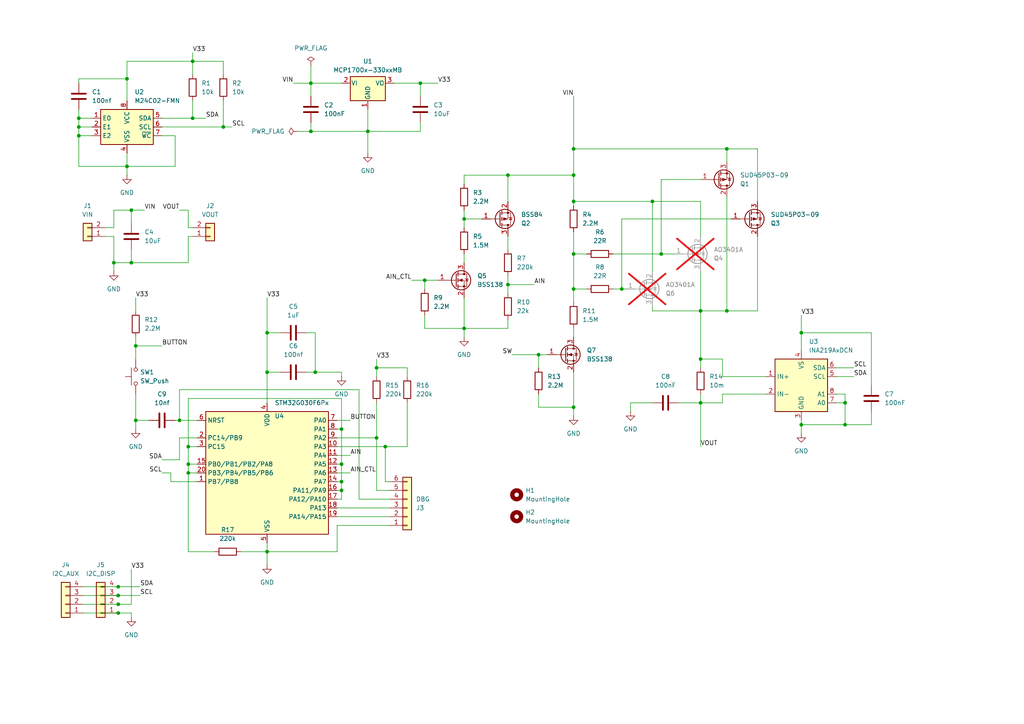
<source format=kicad_sch>
(kicad_sch (version 20231120) (generator "eeschema") (generator_version "8.0")
  (paper "A4")
  (lib_symbols
    (symbol "Connector_Generic:Conn_01x02" (pin_names (offset 1.016) hide)
      (property "Reference" "J" (at 0 2.54 0))
      (property "Value" "Conn_01x02" (at 0 -5.08 0))
      (symbol "Conn_01x02_1_1"
        (rectangle (start -1.27 -2.413) (end 0 -2.667) (stroke (width 0.1524)))
        (rectangle (start -1.27 0.127) (end 0 -0.127) (stroke (width 0.1524)))
        (rectangle (start -1.27 1.27) (end 1.27 -3.81) (stroke (width 0.254)) (fill (type background)))
        (pin passive line (at -5.08 0 0) (length 3.81) (name "Pin_1") (number "1"))
        (pin passive line (at -5.08 -2.54 0) (length 3.81) (name "Pin_2") (number "2"))
      )
    )
    (symbol "Connector_Generic:Conn_01x04" (pin_names (offset 1.016) hide)
      (property "Reference" "J" (at 0 5.08 0))
      (property "Value" "Conn_01x04" (at 0 -7.62 0))
      (symbol "Conn_01x04_1_1"
        (rectangle (start -1.27 -4.953) (end 0 -5.207) (stroke (width 0.1524)))
        (rectangle (start -1.27 -2.413) (end 0 -2.667) (stroke (width 0.1524)))
        (rectangle (start -1.27 0.127) (end 0 -0.127) (stroke (width 0.1524)))
        (rectangle (start -1.27 2.667) (end 0 2.413) (stroke (width 0.1524)))
        (rectangle (start -1.27 3.81) (end 1.27 -6.35) (stroke (width 0.254)) (fill (type background)))
        (pin passive line (at -5.08 2.54 0) (length 3.81) (name "Pin_1") (number "1"))
        (pin passive line (at -5.08 0 0) (length 3.81) (name "Pin_2") (number "2"))
        (pin passive line (at -5.08 -2.54 0) (length 3.81) (name "Pin_3") (number "3"))
        (pin passive line (at -5.08 -5.08 0) (length 3.81) (name "Pin_4") (number "4"))
      )
    )
    (symbol "Connector_Generic:Conn_01x06" (pin_names (offset 1.016) hide)
      (property "Reference" "J" (at 0 7.62 0))
      (property "Value" "Conn_01x06" (at 0 -10.16 0))
      (symbol "Conn_01x06_1_1"
        (rectangle (start -1.27 -7.493) (end 0 -7.747) (stroke (width 0.1524)))
        (rectangle (start -1.27 -4.953) (end 0 -5.207) (stroke (width 0.1524)))
        (rectangle (start -1.27 -2.413) (end 0 -2.667) (stroke (width 0.1524)))
        (rectangle (start -1.27 0.127) (end 0 -0.127) (stroke (width 0.1524)))
        (rectangle (start -1.27 2.667) (end 0 2.413) (stroke (width 0.1524)))
        (rectangle (start -1.27 5.207) (end 0 4.953) (stroke (width 0.1524)))
        (rectangle (start -1.27 6.35) (end 1.27 -8.89) (stroke (width 0.254)) (fill (type background)))
        (pin passive line (at -5.08 5.08 0) (length 3.81) (name "Pin_1") (number "1"))
        (pin passive line (at -5.08 2.54 0) (length 3.81) (name "Pin_2") (number "2"))
        (pin passive line (at -5.08 0 0) (length 3.81) (name "Pin_3") (number "3"))
        (pin passive line (at -5.08 -2.54 0) (length 3.81) (name "Pin_4") (number "4"))
        (pin passive line (at -5.08 -5.08 0) (length 3.81) (name "Pin_5") (number "5"))
        (pin passive line (at -5.08 -7.62 0) (length 3.81) (name "Pin_6") (number "6"))
      )
    )
    (symbol "Device:C" (pin_numbers hide) (pin_names (offset 0.254))
      (property "Reference" "C" (at 0.635 2.54 0))
      (property "Value" "C" (at 0.635 -2.54 0))
      (symbol "C_0_1"
        (polyline (pts (xy -2.032 -0.762) (xy 2.032 -0.762)) (stroke (width 0.508)))
        (polyline (pts (xy -2.032 0.762) (xy 2.032 0.762)) (stroke (width 0.508)))
      )
      (symbol "C_1_1"
        (pin passive line (at 0 3.81 270) (length 2.794) (name "~") (number "1"))
        (pin passive line (at 0 -3.81 90) (length 2.794) (name "~") (number "2"))
      )
    )
    (symbol "Device:R" (pin_numbers hide) (pin_names (offset 0))
      (property "Reference" "R" (at 2.032 0 90))
      (property "Value" "R" (at 0 0 90))
      (symbol "R_0_1"
        (rectangle (start -1.016 -2.54) (end 1.016 2.54) (stroke (width 0.254)))
      )
      (symbol "R_1_1"
        (pin passive line (at 0 3.81 270) (length 1.27) (name "~") (number "1"))
        (pin passive line (at 0 -3.81 90) (length 1.27) (name "~") (number "2"))
      )
    )
    (symbol "MCU_ST_STM32G0:STM32G030F6Px"
      (property "Reference" "U" (at -17.78 19.05 0))
      (property "Value" "STM32G030F6Px" (at 2.54 19.05 0))
      (symbol "STM32G030F6Px_0_1"
        (rectangle (start -17.78 -17.78) (end 17.78 17.78) (stroke (width 0.254)) (fill (type background)))
      )
      (symbol "STM32G030F6Px_1_1"
        (pin bidirectional line (at -20.32 -2.54 0) (length 2.54) (name "PB7/PB8") (number "1"))
        (pin bidirectional line (at 20.32 7.62 180) (length 2.54) (name "PA3") (number "10"))
        (pin bidirectional line (at 20.32 5.08 180) (length 2.54) (name "PA4") (number "11"))
        (pin bidirectional line (at 20.32 2.54 180) (length 2.54) (name "PA5") (number "12"))
        (pin bidirectional line (at 20.32 0 180) (length 2.54) (name "PA6") (number "13"))
        (pin bidirectional line (at 20.32 -2.54 180) (length 2.54) (name "PA7") (number "14"))
        (pin bidirectional line (at -20.32 2.54 0) (length 2.54) (name "PB0/PB1/PB2/PA8") (number "15"))
        (pin bidirectional line (at 20.32 -5.08 180) (length 2.54) (name "PA11/PA9") (number "16"))
        (pin bidirectional line (at 20.32 -7.62 180) (length 2.54) (name "PA12/PA10") (number "17"))
        (pin bidirectional line (at 20.32 -10.16 180) (length 2.54) (name "PA13") (number "18"))
        (pin bidirectional line (at 20.32 -12.7 180) (length 2.54) (name "PA14/PA15") (number "19"))
        (pin bidirectional line (at -20.32 10.16 0) (length 2.54) (name "PC14/PB9") (number "2"))
        (pin bidirectional line (at -20.32 0 0) (length 2.54) (name "PB3/PB4/PB5/PB6") (number "20"))
        (pin bidirectional line (at -20.32 7.62 0) (length 2.54) (name "PC15") (number "3"))
        (pin power_in line (at 0 20.32 270) (length 2.54) (name "VDD") (number "4"))
        (pin power_in line (at 0 -20.32 90) (length 2.54) (name "VSS") (number "5"))
        (pin input line (at -20.32 15.24 0) (length 2.54) (name "NRST") (number "6"))
        (pin bidirectional line (at 20.32 15.24 180) (length 2.54) (name "PA0") (number "7"))
        (pin bidirectional line (at 20.32 12.7 180) (length 2.54) (name "PA1") (number "8"))
        (pin bidirectional line (at 20.32 10.16 180) (length 2.54) (name "PA2") (number "9"))
      )
    )
    (symbol "Mechanical:MountingHole" (pin_names (offset 1.016)) (exclude_from_sim yes) (in_bom no)
      (property "Reference" "H" (at 0 5.08 0))
      (property "Value" "MountingHole" (at 0 3.175 0))
      (symbol "MountingHole_0_1"
        (circle (center 0 0) (radius 1.27) (stroke (width 1.27)))
      )
    )
    (symbol "Memory_EEPROM:M24C02-FMN"
      (property "Reference" "U" (at -6.35 6.35 0))
      (property "Value" "M24C02-FMN" (at 7.62 6.35 0))
      (symbol "M24C02-FMN_0_1"
        (rectangle (start -7.62 5.08) (end 7.62 -5.08) (stroke (width 0.254)) (fill (type background)))
      )
      (symbol "M24C02-FMN_1_1"
        (pin input line (at -10.16 2.54 0) (length 2.54) (name "E0") (number "1"))
        (pin input line (at -10.16 0 0) (length 2.54) (name "E1") (number "2"))
        (pin input line (at -10.16 -2.54 0) (length 2.54) (name "E2") (number "3"))
        (pin power_in line (at 0 -7.62 90) (length 2.54) (name "VSS") (number "4"))
        (pin bidirectional line (at 10.16 2.54 180) (length 2.54) (name "SDA") (number "5"))
        (pin input line (at 10.16 0 180) (length 2.54) (name "SCL") (number "6"))
        (pin input line (at 10.16 -2.54 180) (length 2.54) (name "~{WC}") (number "7"))
        (pin power_in line (at 0 7.62 270) (length 2.54) (name "VCC") (number "8"))
      )
    )
    (symbol "Regulator_Linear:MCP1700x-330xxMB" (pin_names (offset 0.254))
      (property "Reference" "U" (at -3.81 3.175 0))
      (property "Value" "MCP1700x-330xxMB" (at 0 3.175 0))
      (symbol "MCP1700x-330xxMB_0_1"
        (rectangle (start -5.08 -5.08) (end 5.08 1.905) (stroke (width 0.254)) (fill (type background)))
      )
      (symbol "MCP1700x-330xxMB_1_1"
        (pin power_in line (at 0 -7.62 90) (length 2.54) (name "GND") (number "1"))
        (pin power_in line (at -7.62 0 0) (length 2.54) (name "VI") (number "2"))
        (pin power_out line (at 7.62 0 180) (length 2.54) (name "VO") (number "3"))
      )
    )
    (symbol "Sensor_Energy:INA219AxDCN"
      (property "Reference" "U" (at -6.35 8.89 0))
      (property "Value" "INA219AxDCN" (at 6.35 8.89 0))
      (symbol "INA219AxDCN_0_1"
        (rectangle (start -7.62 7.62) (end 7.62 -7.62) (stroke (width 0.254)) (fill (type background)))
      )
      (symbol "INA219AxDCN_1_1"
        (pin input line (at -10.16 2.54 0) (length 2.54) (name "IN+") (number "1"))
        (pin input line (at -10.16 -2.54 0) (length 2.54) (name "IN-") (number "2"))
        (pin power_in line (at 0 -10.16 90) (length 2.54) (name "GND") (number "3"))
        (pin power_in line (at 0 10.16 270) (length 2.54) (name "VS") (number "4"))
        (pin input line (at 10.16 2.54 180) (length 2.54) (name "SCL") (number "5"))
        (pin bidirectional line (at 10.16 5.08 180) (length 2.54) (name "SDA") (number "6"))
        (pin input line (at 10.16 -5.08 180) (length 2.54) (name "A0") (number "7"))
        (pin input line (at 10.16 -2.54 180) (length 2.54) (name "A1") (number "8"))
      )
    )
    (symbol "Switch:SW_Push" (pin_numbers hide) (pin_names (offset 1.016) hide)
      (property "Reference" "SW" (at 1.27 2.54 0))
      (property "Value" "SW_Push" (at 0 -1.524 0))
      (symbol "SW_Push_0_1"
        (circle (center -2.032 0) (radius 0.508))
        (polyline (pts (xy 0 1.27) (xy 0 3.048)))
        (polyline (pts (xy 2.54 1.27) (xy -2.54 1.27)))
        (circle (center 2.032 0) (radius 0.508))
        (pin passive line (at -5.08 0 0) (length 2.54) (name "1") (number "1"))
        (pin passive line (at 5.08 0 180) (length 2.54) (name "2") (number "2"))
      )
    )
    (symbol "Transistor_FET:AO3401A" (pin_names hide)
      (property "Reference" "Q" (at 5.08 1.905 0))
      (property "Value" "AO3401A" (at 5.08 0 0))
      (symbol "AO3401A_0_1"
        (polyline (pts (xy 0.254 0) (xy -2.54 0)))
        (polyline (pts (xy 0.254 1.905) (xy 0.254 -1.905)) (stroke (width 0.254)))
        (polyline (pts (xy 0.762 -1.27) (xy 0.762 -2.286)) (stroke (width 0.254)))
        (polyline (pts (xy 0.762 0.508) (xy 0.762 -0.508)) (stroke (width 0.254)))
        (polyline (pts (xy 0.762 2.286) (xy 0.762 1.27)) (stroke (width 0.254)))
        (polyline (pts (xy 2.54 2.54) (xy 2.54 1.778)))
        (polyline (pts (xy 2.54 -2.54) (xy 2.54 0) (xy 0.762 0)))
        (polyline (pts (xy 0.762 1.778) (xy 3.302 1.778) (xy 3.302 -1.778) (xy 0.762 -1.778)))
        (polyline (pts (xy 2.286 0) (xy 1.27 0.381) (xy 1.27 -0.381) (xy 2.286 0)) (fill (type outline)))
        (polyline (pts (xy 2.794 -0.508) (xy 2.921 -0.381) (xy 3.683 -0.381) (xy 3.81 -0.254)))
        (polyline (pts (xy 3.302 -0.381) (xy 2.921 0.254) (xy 3.683 0.254) (xy 3.302 -0.381)))
        (circle (center 1.651 0) (radius 2.794) (stroke (width 0.254)))
        (circle (center 2.54 -1.778) (radius 0.254) (fill (type outline)))
        (circle (center 2.54 1.778) (radius 0.254) (fill (type outline)))
      )
      (symbol "AO3401A_1_1"
        (pin input line (at -5.08 0 0) (length 2.54) (name "G") (number "1"))
        (pin passive line (at 2.54 -5.08 90) (length 2.54) (name "S") (number "2"))
        (pin passive line (at 2.54 5.08 270) (length 2.54) (name "D") (number "3"))
      )
    )
    (symbol "Transistor_FET:BSS138" (pin_names hide)
      (property "Reference" "Q" (at 5.08 1.905 0))
      (property "Value" "BSS138" (at 5.08 0 0))
      (symbol "BSS138_0_1"
        (polyline (pts (xy 0.254 0) (xy -2.54 0)))
        (polyline (pts (xy 0.254 1.905) (xy 0.254 -1.905)) (stroke (width 0.254)))
        (polyline (pts (xy 0.762 -1.27) (xy 0.762 -2.286)) (stroke (width 0.254)))
        (polyline (pts (xy 0.762 0.508) (xy 0.762 -0.508)) (stroke (width 0.254)))
        (polyline (pts (xy 0.762 2.286) (xy 0.762 1.27)) (stroke (width 0.254)))
        (polyline (pts (xy 2.54 2.54) (xy 2.54 1.778)))
        (polyline (pts (xy 2.54 -2.54) (xy 2.54 0) (xy 0.762 0)))
        (polyline (pts (xy 0.762 -1.778) (xy 3.302 -1.778) (xy 3.302 1.778) (xy 0.762 1.778)))
        (polyline (pts (xy 1.016 0) (xy 2.032 0.381) (xy 2.032 -0.381) (xy 1.016 0)) (fill (type outline)))
        (polyline (pts (xy 2.794 0.508) (xy 2.921 0.381) (xy 3.683 0.381) (xy 3.81 0.254)))
        (polyline (pts (xy 3.302 0.381) (xy 2.921 -0.254) (xy 3.683 -0.254) (xy 3.302 0.381)))
        (circle (center 1.651 0) (radius 2.794) (stroke (width 0.254)))
        (circle (center 2.54 -1.778) (radius 0.254) (fill (type outline)))
        (circle (center 2.54 1.778) (radius 0.254) (fill (type outline)))
      )
      (symbol "BSS138_1_1"
        (pin input line (at -5.08 0 0) (length 2.54) (name "G") (number "1"))
        (pin passive line (at 2.54 -5.08 90) (length 2.54) (name "S") (number "2"))
        (pin passive line (at 2.54 5.08 270) (length 2.54) (name "D") (number "3"))
      )
    )
    (symbol "Transistor_FET:BSS84" (pin_names hide)
      (property "Reference" "Q" (at 5.08 1.905 0))
      (property "Value" "BSS84" (at 5.08 0 0))
      (symbol "BSS84_0_1"
        (polyline (pts (xy 0.254 0) (xy -2.54 0)))
        (polyline (pts (xy 0.254 1.905) (xy 0.254 -1.905)) (stroke (width 0.254)))
        (polyline (pts (xy 0.762 -1.27) (xy 0.762 -2.286)) (stroke (width 0.254)))
        (polyline (pts (xy 0.762 0.508) (xy 0.762 -0.508)) (stroke (width 0.254)))
        (polyline (pts (xy 0.762 2.286) (xy 0.762 1.27)) (stroke (width 0.254)))
        (polyline (pts (xy 2.54 2.54) (xy 2.54 1.778)))
        (polyline (pts (xy 2.54 -2.54) (xy 2.54 0) (xy 0.762 0)))
        (polyline (pts (xy 0.762 1.778) (xy 3.302 1.778) (xy 3.302 -1.778) (xy 0.762 -1.778)))
        (polyline (pts (xy 2.286 0) (xy 1.27 0.381) (xy 1.27 -0.381) (xy 2.286 0)) (fill (type outline)))
        (polyline (pts (xy 2.794 -0.508) (xy 2.921 -0.381) (xy 3.683 -0.381) (xy 3.81 -0.254)))
        (polyline (pts (xy 3.302 -0.381) (xy 2.921 0.254) (xy 3.683 0.254) (xy 3.302 -0.381)))
        (circle (center 1.651 0) (radius 2.794) (stroke (width 0.254)))
        (circle (center 2.54 -1.778) (radius 0.254) (fill (type outline)))
        (circle (center 2.54 1.778) (radius 0.254) (fill (type outline)))
      )
      (symbol "BSS84_1_1"
        (pin input line (at -5.08 0 0) (length 2.54) (name "G") (number "1"))
        (pin passive line (at 2.54 -5.08 90) (length 2.54) (name "S") (number "2"))
        (pin passive line (at 2.54 5.08 270) (length 2.54) (name "D") (number "3"))
      )
    )
    (symbol "Transistor_FET:SUD45P03-09" (pin_names hide)
      (property "Reference" "Q" (at 4.953 1.905 0))
      (property "Value" "SUD45P03-09" (at 4.953 0 0))
      (symbol "SUD45P03-09_0_1"
        (polyline (pts (xy 0.254 0) (xy -2.54 0)))
        (polyline (pts (xy 0.254 1.905) (xy 0.254 -1.905)) (stroke (width 0.254)))
        (polyline (pts (xy 0.762 -1.27) (xy 0.762 -2.286)) (stroke (width 0.254)))
        (polyline (pts (xy 0.762 0.508) (xy 0.762 -0.508)) (stroke (width 0.254)))
        (polyline (pts (xy 0.762 2.286) (xy 0.762 1.27)) (stroke (width 0.254)))
        (polyline (pts (xy 2.54 2.54) (xy 2.54 1.778)))
        (polyline (pts (xy 2.54 -2.54) (xy 2.54 0) (xy 0.762 0)))
        (polyline (pts (xy 0.762 1.778) (xy 3.302 1.778) (xy 3.302 -1.778) (xy 0.762 -1.778)))
        (polyline (pts (xy 2.286 0) (xy 1.27 0.381) (xy 1.27 -0.381) (xy 2.286 0)) (fill (type outline)))
        (polyline (pts (xy 2.794 -0.508) (xy 2.921 -0.381) (xy 3.683 -0.381) (xy 3.81 -0.254)))
        (polyline (pts (xy 3.302 -0.381) (xy 2.921 0.254) (xy 3.683 0.254) (xy 3.302 -0.381)))
        (circle (center 1.651 0) (radius 2.794) (stroke (width 0.254)))
        (circle (center 2.54 -1.778) (radius 0.254) (fill (type outline)))
        (circle (center 2.54 1.778) (radius 0.254) (fill (type outline)))
      )
      (symbol "SUD45P03-09_1_1"
        (pin input line (at -5.08 0 0) (length 2.54) (name "G") (number "1"))
        (pin passive line (at 2.54 5.08 270) (length 2.54) (name "D") (number "2"))
        (pin passive line (at 2.54 -5.08 90) (length 2.54) (name "S") (number "3"))
      )
    )
    (symbol "power:GND" (power) (pin_numbers hide) (pin_names (offset 0) hide)
      (property "Value" "GND" (at 0 -3.81 0))
      (symbol "GND_0_1"
        (polyline (pts (xy 0 0) (xy 0 -1.27) (xy 1.27 -1.27) (xy 0 -2.54) (xy -1.27 -1.27) (xy 0 -1.27)))
      )
      (symbol "GND_1_1"
        (pin power_in line (at 0 0 270) (length 0) (name "~") (number "1"))
      )
    )
    (symbol "power:PWR_FLAG" (power) (pin_numbers hide) (pin_names (offset 0) hide)
      (property "Value" "PWR_FLAG" (at 0 3.81 0))
      (symbol "PWR_FLAG_0_0"
        (pin power_out line (at 0 0 90) (length 0) (name "~") (number "1"))
      )
      (symbol "PWR_FLAG_0_1"
        (polyline (pts (xy 0 0) (xy 0 1.27) (xy -1.016 1.905) (xy 0 2.54) (xy 1.016 1.905) (xy 0 1.27)))
      )
    )
  )
  (junction (at 109.22 127))
  (junction (at 147.32 82.55))
  (junction (at 77.47 96.52))
  (junction (at 191.77 73.66))
  (junction (at 34.29 175.26))
  (junction (at 166.37 83.82))
  (junction (at 203.2 104.14))
  (junction (at 39.37 121.92))
  (junction (at 22.86 36.83))
  (junction (at 54.61 129.54))
  (junction (at 54.61 137.16))
  (junction (at 134.62 63.5))
  (junction (at 55.88 17.78))
  (junction (at 166.37 43.18))
  (junction (at 34.29 172.72))
  (junction (at 77.47 160.02))
  (junction (at 210.82 90.17))
  (junction (at 123.19 81.28))
  (junction (at 245.11 123.19))
  (junction (at 166.37 73.66))
  (junction (at 90.17 24.13))
  (junction (at 52.07 121.92))
  (junction (at 22.86 34.29))
  (junction (at 38.1 60.96))
  (junction (at 106.68 38.1))
  (junction (at 64.77 36.83))
  (junction (at 90.17 38.1))
  (junction (at 91.44 107.95))
  (junction (at 232.41 123.19))
  (junction (at 34.29 177.8))
  (junction (at 38.1 76.2))
  (junction (at 109.22 106.68))
  (junction (at 99.06 139.7))
  (junction (at 232.41 96.52))
  (junction (at 36.83 48.26))
  (junction (at 166.37 118.11))
  (junction (at 39.37 100.33))
  (junction (at 166.37 50.8))
  (junction (at 156.21 102.87))
  (junction (at 33.02 76.2))
  (junction (at 147.32 50.8))
  (junction (at 121.92 24.13))
  (junction (at 111.76 129.54))
  (junction (at 245.11 116.84))
  (junction (at 134.62 95.25))
  (junction (at 99.06 142.24))
  (junction (at 34.29 170.18))
  (junction (at 99.06 124.46))
  (junction (at 180.34 83.82))
  (junction (at 203.2 90.17))
  (junction (at 55.88 34.29))
  (junction (at 99.06 134.62))
  (junction (at 166.37 58.42))
  (junction (at 77.47 107.95))
  (junction (at 54.61 134.62))
  (junction (at 210.82 43.18))
  (junction (at 36.83 22.86))
  (junction (at 22.86 39.37))
  (junction (at 189.23 58.42))
  (junction (at 203.2 116.84))
  (wire (pts (xy 191.77 73.66) (xy 195.58 73.66)))
  (wire (pts (xy 97.79 149.86) (xy 113.03 149.86)))
  (wire (pts (xy 97.79 142.24) (xy 99.06 142.24)))
  (wire (pts (xy 97.79 129.54) (xy 111.76 129.54)))
  (wire (pts (xy 232.41 96.52) (xy 232.41 101.6)))
  (wire (pts (xy 222.25 109.22) (xy 209.55 109.22)))
  (wire (pts (xy 180.34 63.5) (xy 180.34 83.82)))
  (wire (pts (xy 242.57 116.84) (xy 245.11 116.84)))
  (wire (pts (xy 147.32 82.55) (xy 154.94 82.55)))
  (wire (pts (xy 166.37 43.18) (xy 166.37 50.8)))
  (wire (pts (xy 24.13 170.18) (xy 34.29 170.18)))
  (wire (pts (xy 111.76 129.54) (xy 111.76 139.7)))
  (wire (pts (xy 52.07 133.35) (xy 52.07 127)))
  (wire (pts (xy 97.79 147.32) (xy 113.03 147.32)))
  (wire (pts (xy 177.8 83.82) (xy 180.34 83.82)))
  (wire (pts (xy 203.2 90.17) (xy 189.23 90.17)))
  (wire (pts (xy 55.88 34.29) (xy 59.69 34.29)))
  (wire (pts (xy 180.34 83.82) (xy 181.61 83.82)))
  (wire (pts (xy 46.99 39.37) (xy 50.8 39.37)))
  (wire (pts (xy 170.18 83.82) (xy 166.37 83.82)))
  (wire (pts (xy 77.47 107.95) (xy 77.47 116.84)))
  (wire (pts (xy 77.47 157.48) (xy 77.47 160.02)))
  (wire (pts (xy 121.92 24.13) (xy 114.3 24.13)))
  (wire (pts (xy 22.86 31.75) (xy 22.86 34.29)))
  (wire (pts (xy 166.37 73.66) (xy 170.18 73.66)))
  (wire (pts (xy 109.22 109.22) (xy 109.22 106.68)))
  (wire (pts (xy 33.02 68.58) (xy 30.48 68.58)))
  (wire (pts (xy 121.92 27.94) (xy 121.92 24.13)))
  (wire (pts (xy 148.59 102.87) (xy 156.21 102.87)))
  (wire (pts (xy 39.37 114.3) (xy 39.37 121.92)))
  (wire (pts (xy 232.41 121.92) (xy 232.41 123.19)))
  (wire (pts (xy 22.86 34.29) (xy 22.86 36.83)))
  (wire (pts (xy 99.06 115.57) (xy 99.06 124.46)))
  (wire (pts (xy 22.86 36.83) (xy 22.86 39.37)))
  (wire (pts (xy 97.79 137.16) (xy 101.6 137.16)))
  (wire (pts (xy 34.29 170.18) (xy 40.64 170.18)))
  (wire (pts (xy 39.37 100.33) (xy 46.99 100.33)))
  (wire (pts (xy 166.37 58.42) (xy 166.37 59.69)))
  (wire (pts (xy 34.29 175.26) (xy 38.1 175.26)))
  (wire (pts (xy 166.37 58.42) (xy 189.23 58.42)))
  (wire (pts (xy 252.73 111.76) (xy 252.73 96.52)))
  (wire (pts (xy 97.79 139.7) (xy 99.06 139.7)))
  (wire (pts (xy 166.37 118.11) (xy 166.37 120.65)))
  (wire (pts (xy 55.88 15.24) (xy 55.88 17.78)))
  (wire (pts (xy 156.21 114.3) (xy 156.21 118.11)))
  (wire (pts (xy 252.73 123.19) (xy 245.11 123.19)))
  (wire (pts (xy 134.62 63.5) (xy 139.7 63.5)))
  (wire (pts (xy 113.03 144.78) (xy 104.14 144.78)))
  (wire (pts (xy 54.61 68.58) (xy 54.61 76.2)))
  (wire (pts (xy 97.79 132.08) (xy 101.6 132.08)))
  (wire (pts (xy 22.86 48.26) (xy 36.83 48.26)))
  (wire (pts (xy 97.79 124.46) (xy 99.06 124.46)))
  (wire (pts (xy 203.2 52.07) (xy 191.77 52.07)))
  (wire (pts (xy 210.82 43.18) (xy 210.82 46.99)))
  (wire (pts (xy 90.17 19.05) (xy 90.17 24.13)))
  (wire (pts (xy 99.06 139.7) (xy 99.06 142.24)))
  (wire (pts (xy 33.02 60.96) (xy 33.02 66.04)))
  (wire (pts (xy 203.2 78.74) (xy 203.2 90.17)))
  (wire (pts (xy 106.68 38.1) (xy 106.68 44.45)))
  (wire (pts (xy 77.47 96.52) (xy 77.47 107.95)))
  (wire (pts (xy 106.68 31.75) (xy 106.68 38.1)))
  (wire (pts (xy 64.77 36.83) (xy 67.31 36.83)))
  (wire (pts (xy 245.11 116.84) (xy 245.11 123.19)))
  (wire (pts (xy 147.32 68.58) (xy 147.32 72.39)))
  (wire (pts (xy 182.88 116.84) (xy 182.88 119.38)))
  (wire (pts (xy 121.92 24.13) (xy 127 24.13)))
  (wire (pts (xy 50.8 39.37) (xy 50.8 48.26)))
  (wire (pts (xy 118.11 116.84) (xy 118.11 129.54)))
  (wire (pts (xy 203.2 104.14) (xy 203.2 106.68)))
  (wire (pts (xy 147.32 50.8) (xy 134.62 50.8)))
  (wire (pts (xy 203.2 58.42) (xy 203.2 68.58)))
  (wire (pts (xy 97.79 160.02) (xy 77.47 160.02)))
  (wire (pts (xy 99.06 109.22) (xy 99.06 107.95)))
  (wire (pts (xy 134.62 50.8) (xy 134.62 53.34)))
  (wire (pts (xy 54.61 129.54) (xy 57.15 129.54)))
  (wire (pts (xy 209.55 114.3) (xy 209.55 116.84)))
  (wire (pts (xy 166.37 67.31) (xy 166.37 73.66)))
  (wire (pts (xy 36.83 48.26) (xy 36.83 44.45)))
  (wire (pts (xy 242.57 109.22) (xy 247.65 109.22)))
  (wire (pts (xy 134.62 86.36) (xy 134.62 95.25)))
  (wire (pts (xy 38.1 179.07) (xy 38.1 177.8)))
  (wire (pts (xy 127 81.28) (xy 123.19 81.28)))
  (wire (pts (xy 113.03 142.24) (xy 109.22 142.24)))
  (wire (pts (xy 55.88 66.04) (xy 54.61 66.04)))
  (wire (pts (xy 156.21 118.11) (xy 166.37 118.11)))
  (wire (pts (xy 123.19 91.44) (xy 123.19 95.25)))
  (wire (pts (xy 166.37 27.94) (xy 166.37 43.18)))
  (wire (pts (xy 209.55 116.84) (xy 203.2 116.84)))
  (wire (pts (xy 54.61 66.04) (xy 54.61 60.96)))
  (wire (pts (xy 38.1 76.2) (xy 33.02 76.2)))
  (wire (pts (xy 109.22 104.14) (xy 109.22 106.68)))
  (wire (pts (xy 77.47 160.02) (xy 77.47 163.83)))
  (wire (pts (xy 54.61 68.58) (xy 55.88 68.58)))
  (wire (pts (xy 156.21 106.68) (xy 156.21 102.87)))
  (wire (pts (xy 121.92 35.56) (xy 121.92 38.1)))
  (wire (pts (xy 232.41 91.44) (xy 232.41 96.52)))
  (wire (pts (xy 147.32 80.01) (xy 147.32 82.55)))
  (wire (pts (xy 109.22 127) (xy 109.22 142.24)))
  (wire (pts (xy 219.71 43.18) (xy 210.82 43.18)))
  (wire (pts (xy 123.19 81.28) (xy 123.19 83.82)))
  (wire (pts (xy 36.83 17.78) (xy 36.83 22.86)))
  (wire (pts (xy 242.57 114.3) (xy 245.11 114.3)))
  (wire (pts (xy 222.25 114.3) (xy 209.55 114.3)))
  (wire (pts (xy 24.13 172.72) (xy 34.29 172.72)))
  (wire (pts (xy 49.53 139.7) (xy 57.15 139.7)))
  (wire (pts (xy 26.67 39.37) (xy 22.86 39.37)))
  (wire (pts (xy 99.06 124.46) (xy 99.06 134.62)))
  (wire (pts (xy 91.44 107.95) (xy 91.44 96.52)))
  (wire (pts (xy 26.67 34.29) (xy 22.86 34.29)))
  (wire (pts (xy 50.8 121.92) (xy 52.07 121.92)))
  (wire (pts (xy 109.22 116.84) (xy 109.22 127)))
  (wire (pts (xy 55.88 17.78) (xy 55.88 21.59)))
  (wire (pts (xy 69.85 160.02) (xy 77.47 160.02)))
  (wire (pts (xy 46.99 36.83) (xy 64.77 36.83)))
  (wire (pts (xy 134.62 63.5) (xy 134.62 66.04)))
  (wire (pts (xy 54.61 76.2) (xy 38.1 76.2)))
  (wire (pts (xy 54.61 115.57) (xy 99.06 115.57)))
  (wire (pts (xy 109.22 106.68) (xy 118.11 106.68)))
  (wire (pts (xy 36.83 22.86) (xy 22.86 22.86)))
  (wire (pts (xy 104.14 113.03) (xy 52.07 113.03)))
  (wire (pts (xy 34.29 172.72) (xy 40.64 172.72)))
  (wire (pts (xy 97.79 144.78) (xy 99.06 144.78)))
  (wire (pts (xy 147.32 95.25) (xy 134.62 95.25)))
  (wire (pts (xy 232.41 123.19) (xy 232.41 125.73)))
  (wire (pts (xy 43.18 121.92) (xy 39.37 121.92)))
  (wire (pts (xy 209.55 109.22) (xy 209.55 104.14)))
  (wire (pts (xy 39.37 86.36) (xy 39.37 90.17)))
  (wire (pts (xy 147.32 92.71) (xy 147.32 95.25)))
  (wire (pts (xy 97.79 152.4) (xy 113.03 152.4)))
  (wire (pts (xy 39.37 100.33) (xy 39.37 104.14)))
  (wire (pts (xy 54.61 137.16) (xy 57.15 137.16)))
  (wire (pts (xy 46.99 133.35) (xy 52.07 133.35)))
  (wire (pts (xy 46.99 34.29) (xy 55.88 34.29)))
  (wire (pts (xy 189.23 58.42) (xy 189.23 78.74)))
  (wire (pts (xy 54.61 60.96) (xy 52.07 60.96)))
  (wire (pts (xy 22.86 22.86) (xy 22.86 24.13)))
  (wire (pts (xy 156.21 102.87) (xy 158.75 102.87)))
  (wire (pts (xy 55.88 29.21) (xy 55.88 34.29)))
  (wire (pts (xy 49.53 137.16) (xy 49.53 139.7)))
  (wire (pts (xy 191.77 52.07) (xy 191.77 73.66)))
  (wire (pts (xy 33.02 66.04) (xy 30.48 66.04)))
  (wire (pts (xy 242.57 106.68) (xy 247.65 106.68)))
  (wire (pts (xy 196.85 116.84) (xy 203.2 116.84)))
  (wire (pts (xy 166.37 95.25) (xy 166.37 97.79)))
  (wire (pts (xy 50.8 48.26) (xy 36.83 48.26)))
  (wire (pts (xy 81.28 96.52) (xy 77.47 96.52)))
  (wire (pts (xy 54.61 160.02) (xy 62.23 160.02)))
  (wire (pts (xy 113.03 139.7) (xy 111.76 139.7)))
  (wire (pts (xy 134.62 95.25) (xy 134.62 97.79)))
  (wire (pts (xy 212.09 63.5) (xy 180.34 63.5)))
  (wire (pts (xy 90.17 35.56) (xy 90.17 38.1)))
  (wire (pts (xy 22.86 36.83) (xy 26.67 36.83)))
  (wire (pts (xy 210.82 90.17) (xy 203.2 90.17)))
  (wire (pts (xy 166.37 107.95) (xy 166.37 118.11)))
  (wire (pts (xy 54.61 137.16) (xy 54.61 134.62)))
  (wire (pts (xy 219.71 58.42) (xy 219.71 43.18)))
  (wire (pts (xy 99.06 142.24) (xy 99.06 144.78)))
  (wire (pts (xy 77.47 86.36) (xy 77.47 96.52)))
  (wire (pts (xy 104.14 144.78) (xy 104.14 113.03)))
  (wire (pts (xy 189.23 58.42) (xy 203.2 58.42)))
  (wire (pts (xy 90.17 38.1) (xy 106.68 38.1)))
  (wire (pts (xy 33.02 60.96) (xy 38.1 60.96)))
  (wire (pts (xy 166.37 83.82) (xy 166.37 87.63)))
  (wire (pts (xy 36.83 17.78) (xy 55.88 17.78)))
  (wire (pts (xy 52.07 113.03) (xy 52.07 121.92)))
  (wire (pts (xy 97.79 134.62) (xy 99.06 134.62)))
  (wire (pts (xy 97.79 127) (xy 109.22 127)))
  (wire (pts (xy 38.1 60.96) (xy 41.91 60.96)))
  (wire (pts (xy 118.11 106.68) (xy 118.11 109.22)))
  (wire (pts (xy 88.9 107.95) (xy 91.44 107.95)))
  (wire (pts (xy 219.71 68.58) (xy 219.71 90.17)))
  (wire (pts (xy 54.61 134.62) (xy 57.15 134.62)))
  (wire (pts (xy 54.61 129.54) (xy 54.61 115.57)))
  (wire (pts (xy 97.79 121.92) (xy 101.6 121.92)))
  (wire (pts (xy 219.71 90.17) (xy 210.82 90.17)))
  (wire (pts (xy 252.73 96.52) (xy 232.41 96.52)))
  (wire (pts (xy 203.2 114.3) (xy 203.2 116.84)))
  (wire (pts (xy 99.06 134.62) (xy 99.06 139.7)))
  (wire (pts (xy 203.2 90.17) (xy 203.2 104.14)))
  (wire (pts (xy 33.02 76.2) (xy 33.02 68.58)))
  (wire (pts (xy 245.11 114.3) (xy 245.11 116.84)))
  (wire (pts (xy 166.37 43.18) (xy 210.82 43.18)))
  (wire (pts (xy 85.09 24.13) (xy 90.17 24.13)))
  (wire (pts (xy 46.99 137.16) (xy 49.53 137.16)))
  (wire (pts (xy 134.62 76.2) (xy 134.62 73.66)))
  (wire (pts (xy 209.55 104.14) (xy 203.2 104.14)))
  (wire (pts (xy 134.62 60.96) (xy 134.62 63.5)))
  (wire (pts (xy 97.79 152.4) (xy 97.79 160.02)))
  (wire (pts (xy 189.23 90.17) (xy 189.23 88.9)))
  (wire (pts (xy 166.37 83.82) (xy 166.37 73.66)))
  (wire (pts (xy 64.77 29.21) (xy 64.77 36.83)))
  (wire (pts (xy 36.83 22.86) (xy 36.83 29.21)))
  (wire (pts (xy 245.11 123.19) (xy 232.41 123.19)))
  (wire (pts (xy 166.37 50.8) (xy 166.37 58.42)))
  (wire (pts (xy 54.61 160.02) (xy 54.61 137.16)))
  (wire (pts (xy 36.83 48.26) (xy 36.83 50.8)))
  (wire (pts (xy 90.17 24.13) (xy 99.06 24.13)))
  (wire (pts (xy 91.44 96.52) (xy 88.9 96.52)))
  (wire (pts (xy 86.36 38.1) (xy 90.17 38.1)))
  (wire (pts (xy 22.86 39.37) (xy 22.86 48.26)))
  (wire (pts (xy 33.02 78.74) (xy 33.02 76.2)))
  (wire (pts (xy 38.1 60.96) (xy 38.1 64.77)))
  (wire (pts (xy 147.32 50.8) (xy 166.37 50.8)))
  (wire (pts (xy 38.1 72.39) (xy 38.1 76.2)))
  (wire (pts (xy 123.19 95.25) (xy 134.62 95.25)))
  (wire (pts (xy 24.13 177.8) (xy 34.29 177.8)))
  (wire (pts (xy 121.92 38.1) (xy 106.68 38.1)))
  (wire (pts (xy 90.17 27.94) (xy 90.17 24.13)))
  (wire (pts (xy 81.28 107.95) (xy 77.47 107.95)))
  (wire (pts (xy 24.13 175.26) (xy 34.29 175.26)))
  (wire (pts (xy 210.82 57.15) (xy 210.82 90.17)))
  (wire (pts (xy 38.1 165.1) (xy 38.1 175.26)))
  (wire (pts (xy 64.77 17.78) (xy 55.88 17.78)))
  (wire (pts (xy 54.61 134.62) (xy 54.61 129.54)))
  (wire (pts (xy 39.37 97.79) (xy 39.37 100.33)))
  (wire (pts (xy 118.11 129.54) (xy 111.76 129.54)))
  (wire (pts (xy 52.07 121.92) (xy 57.15 121.92)))
  (wire (pts (xy 177.8 73.66) (xy 191.77 73.66)))
  (wire (pts (xy 203.2 116.84) (xy 203.2 129.54)))
  (wire (pts (xy 64.77 21.59) (xy 64.77 17.78)))
  (wire (pts (xy 99.06 107.95) (xy 91.44 107.95)))
  (wire (pts (xy 147.32 58.42) (xy 147.32 50.8)))
  (wire (pts (xy 252.73 119.38) (xy 252.73 123.19)))
  (wire (pts (xy 34.29 177.8) (xy 38.1 177.8)))
  (wire (pts (xy 119.38 81.28) (xy 123.19 81.28)))
  (wire (pts (xy 182.88 116.84) (xy 189.23 116.84)))
  (wire (pts (xy 52.07 127) (xy 57.15 127)))
  (wire (pts (xy 147.32 82.55) (xy 147.32 85.09)))
  (wire (pts (xy 39.37 121.92) (xy 39.37 124.46)))
  (label "V33" (at 38.1 165.1 0))
  (label "VOUT" (at 203.2 129.54 0))
  (label "V33" (at 55.88 15.24 0))
  (label "VIN" (at 166.37 27.94 180))
  (label "AIN_CTL" (at 119.38 81.28 180))
  (label "AIN" (at 154.94 82.55 0))
  (label "SW" (at 148.59 102.87 180))
  (label "SCL" (at 67.31 36.83 0))
  (label "VIN" (at 41.91 60.96 0))
  (label "AIN" (at 101.6 132.08 0))
  (label "SDA" (at 46.99 133.35 180))
  (label "SDA" (at 59.69 34.29 0))
  (label "V33" (at 232.41 91.44 0))
  (label "SDA" (at 40.64 170.18 0))
  (label "AIN_CTL" (at 101.6 137.16 0))
  (label "BUTTON" (at 101.6 121.92 0))
  (label "V33" (at 127 24.13 0))
  (label "VOUT" (at 52.07 60.96 180))
  (label "V33" (at 109.22 104.14 0))
  (label "SCL" (at 46.99 137.16 180))
  (label "V33" (at 77.47 86.36 0))
  (label "VIN" (at 85.09 24.13 180))
  (label "SDA" (at 247.65 109.22 0))
  (label "SCL" (at 247.65 106.68 0))
  (label "SCL" (at 40.64 172.72 0))
  (label "BUTTON" (at 46.99 100.33 0))
  (label "V33" (at 39.37 86.36 0))
  (symbol (lib_id "Device:R") (at 55.88 25.4 180) (unit 1)
    (property "Reference" "R1" (at 58.42 24.1299 0) (effects (justify right)))
    (property "Value" "10k" (at 58.42 26.6699 0) (effects (justify right)))
    (property "Footprint" "Resistor_SMD:R_0603_1608Metric" (effects (hide yes)))
    (property "Description" "Resistor" (effects (hide yes)))
  )
  (symbol (lib_id "MCU_ST_STM32G0:STM32G030F6Px") (at 77.47 137.16 0) (unit 1)
    (property "Reference" "U4" (at 79.6641 120.65 0) (effects (justify left)))
    (property "Value" "STM32G030F6Px" (at 79.6641 116.84 0) (effects (justify left)))
    (property "Footprint" "Package_SO:TSSOP-20_4.4x6.5mm_P0.65mm" (effects (hide yes)))
    (property "Datasheet" "https://www.st.com/resource/en/datasheet/stm32g030f6.pdf" (effects (hide yes)))
    (property "Description" "STMicroelectronics Arm Cortex-M0+ MCU, 32KB flash, 8KB RAM, 64 MHz, 2.0-3.6V, 17 GPIO, TSSOP20" (effects (hide yes)))
  )
  (symbol (lib_id "Connector_Generic:Conn_01x06") (at 118.11 147.32 0) (mirror x) (unit 1)
    (property "Reference" "J3" (at 120.65 147.3201 0) (effects (justify left)))
    (property "Value" "DBG" (at 120.65 144.7801 0) (effects (justify left)))
    (property "Footprint" "Connector_PinHeader_1.27mm:PinHeader_1x06_P1.27mm_Vertical" (effects (hide yes)))
    (property "Description" "Generic connector, single row, 01x06, script generated (kicad-library-utils/schlib/autogen/connector/)" (effects (hide yes)))
  )
  (symbol (lib_id "power:PWR_FLAG") (at 86.36 38.1 90) (unit 1)
    (property "Reference" "#FLG02" (effects (hide yes)))
    (property "Value" "PWR_FLAG" (at 82.55 38.0999 90) (effects (justify left)))
    (property "Description" "Special symbol for telling ERC where power comes from" (effects (hide yes)))
  )
  (symbol (lib_id "Memory_EEPROM:M24C02-FMN") (at 36.83 36.83 0) (unit 1)
    (property "Reference" "U2" (at 39.0241 26.67 0) (effects (justify left)))
    (property "Value" "M24C02-FMN" (at 39.0241 29.21 0) (effects (justify left)))
    (property "Footprint" "Package_SO:SOIC-8_3.9x4.9mm_P1.27mm" (effects (hide yes)))
    (property "Datasheet" "http://www.st.com/content/ccc/resource/technical/document/datasheet/b0/d8/50/40/5a/85/49/6f/DM00071904.pdf/files/DM00071904.pdf/jcr:content/translations/en.DM00071904.pdf" (effects (hide yes)))
    (property "Description" "2Kb (256x8) I2C Serial EEPROM, 1.6-5.5V, SOIC-8" (effects (hide yes)))
  )
  (symbol (lib_id "Connector_Generic:Conn_01x02") (at 60.96 68.58 0) (mirror x) (unit 1)
    (property "Reference" "J2" (at 60.96 59.69 0))
    (property "Value" "VOUT" (at 60.96 62.23 0))
    (property "Footprint" "Connector_Wire:SolderWire-2.5sqmm_1x02_P7.2mm_D2.4mm_OD3.6mm" (effects (hide yes)))
    (property "Description" "Generic connector, single row, 01x02, script generated (kicad-library-utils/schlib/autogen/connector/)" (effects (hide yes)))
  )
  (symbol (lib_id "power:GND") (at 134.62 97.79 0) (unit 1)
    (property "Reference" "#PWR04" (effects (hide yes)))
    (property "Value" "GND" (at 134.62 102.87 0))
    (property "Description" "Power symbol creates a global label with name \"GND\" , ground" (effects (hide yes)))
  )
  (symbol (lib_id "Device:C") (at 46.99 121.92 90) (unit 1)
    (property "Reference" "C9" (at 46.99 114.3 90))
    (property "Value" "10nf" (at 46.99 116.84 90))
    (property "Footprint" "Capacitor_SMD:C_0603_1608Metric" (effects (hide yes)))
    (property "Description" "Unpolarized capacitor" (effects (hide yes)))
  )
  (symbol (lib_id "Device:C") (at 22.86 27.94 180) (unit 1)
    (property "Reference" "C1" (at 26.67 26.6699 0) (effects (justify right)))
    (property "Value" "100nf" (at 26.67 29.2099 0) (effects (justify right)))
    (property "Footprint" "Capacitor_SMD:C_0603_1608Metric" (effects (hide yes)))
    (property "Description" "Unpolarized capacitor" (effects (hide yes)))
  )
  (symbol (lib_id "Device:R") (at 173.99 83.82 90) (unit 1)
    (property "Reference" "R8" (at 173.99 77.47 90))
    (property "Value" "22R" (at 173.99 80.01 90))
    (property "Footprint" "Resistor_SMD:R_0603_1608Metric" (effects (hide yes)))
    (property "Description" "Resistor" (effects (hide yes)))
  )
  (symbol (lib_id "Device:R") (at 166.37 91.44 180) (unit 1)
    (property "Reference" "R11" (at 168.91 90.1699 0) (effects (justify right)))
    (property "Value" "1.5M" (at 168.91 92.7099 0) (effects (justify right)))
    (property "Footprint" "Resistor_SMD:R_0603_1608Metric" (effects (hide yes)))
    (property "Description" "Resistor" (effects (hide yes)))
  )
  (symbol (lib_id "power:PWR_FLAG") (at 90.17 19.05 0) (unit 1)
    (property "Reference" "#FLG01" (effects (hide yes)))
    (property "Value" "PWR_FLAG" (at 90.17 13.97 0))
    (property "Description" "Special symbol for telling ERC where power comes from" (effects (hide yes)))
  )
  (symbol (lib_id "Device:R") (at 166.37 63.5 180) (unit 1)
    (property "Reference" "R4" (at 168.91 62.2299 0) (effects (justify right)))
    (property "Value" "2.2M" (at 168.91 64.7699 0) (effects (justify right)))
    (property "Footprint" "Resistor_SMD:R_0603_1608Metric" (effects (hide yes)))
    (property "Description" "Resistor" (effects (hide yes)))
  )
  (symbol (lib_id "Device:R") (at 39.37 93.98 0) (unit 1)
    (property "Reference" "R12" (at 41.91 92.7099 0) (effects (justify left)))
    (property "Value" "2.2M" (at 41.91 95.2499 0) (effects (justify left)))
    (property "Footprint" "Resistor_SMD:R_0603_1608Metric" (effects (hide yes)))
    (property "Description" "Resistor" (effects (hide yes)))
  )
  (symbol (lib_id "Sensor_Energy:INA219AxDCN") (at 232.41 111.76 0) (unit 1)
    (property "Reference" "U3" (at 234.6041 99.06 0) (effects (justify left)))
    (property "Value" "INA219AxDCN" (at 234.6041 101.6 0) (effects (justify left)))
    (property "Footprint" "Package_TO_SOT_SMD:SOT-23-8" (effects (hide yes)))
    (property "Datasheet" "http://www.ti.com/lit/ds/symlink/ina219.pdf" (effects (hide yes)))
    (property "Description" "Zero-Drift, Bidirectional Current/Power Monitor (0-26V) With I2C Interface, SOT-23-8" (effects (hide yes)))
  )
  (symbol (lib_id "power:GND") (at 232.41 125.73 0) (unit 1)
    (property "Reference" "#PWR09" (effects (hide yes)))
    (property "Value" "GND" (at 232.41 130.81 0))
    (property "Description" "Power symbol creates a global label with name \"GND\" , ground" (effects (hide yes)))
  )
  (symbol (lib_id "Mechanical:MountingHole") (at 149.86 143.51 0) (unit 1) (exclude_from_sim yes) (in_bom no)
    (property "Reference" "H1" (at 152.4 142.2399 0) (effects (justify left)))
    (property "Value" "MountingHole" (at 152.4 144.7799 0) (effects (justify left)))
    (property "Footprint" "MountingHole:MountingHole_2.7mm_M2.5" (effects (hide yes)))
    (property "Description" "Mounting Hole without connection" (effects (hide yes)))
  )
  (symbol (lib_id "Transistor_FET:SUD45P03-09") (at 217.17 63.5 0) (mirror x) (unit 1)
    (property "Reference" "Q3" (at 223.52 64.7701 0) (effects (justify left)))
    (property "Value" "SUD45P03-09" (at 223.52 62.2301 0) (effects (justify left)))
    (property "Footprint" "Package_TO_SOT_SMD:TO-252-2" (effects (hide yes)))
    (property "Datasheet" "https://www.vishay.com/docs/65595/sud45p03.pdf" (effects (hide yes)))
    (property "Description" "-45A Id, -30V Vds, TrenchFET P-Channel Power MOSFET, 8.7mOhm Ron, 90nC Qg, -55 to 150 °C, TO-252-2" (effects (hide yes)))
  )
  (symbol (lib_id "power:GND") (at 38.1 179.07 0) (unit 1)
    (property "Reference" "#PWR011" (effects (hide yes)))
    (property "Value" "GND" (at 38.1 184.15 0))
    (property "Description" "Power symbol creates a global label with name \"GND\" , ground" (effects (hide yes)))
  )
  (symbol (lib_id "Transistor_FET:AO3401A") (at 186.69 83.82 0) (mirror x) (unit 1) (dnp yes)
    (property "Reference" "Q6" (at 193.04 85.0901 0) (effects (justify left)))
    (property "Value" "AO3401A" (at 193.04 82.5501 0) (effects (justify left)))
    (property "Footprint" "Package_TO_SOT_SMD:SOT-23" (effects (hide yes)))
    (property "Datasheet" "http://www.aosmd.com/pdfs/datasheet/AO3401A.pdf" (effects (hide yes)))
    (property "Description" "-4.0A Id, -30V Vds, P-Channel MOSFET, SOT-23" (effects (hide yes)))
  )
  (symbol (lib_id "Device:C") (at 85.09 96.52 90) (unit 1)
    (property "Reference" "C5" (at 85.09 88.9 90))
    (property "Value" "1uF" (at 85.09 91.44 90))
    (property "Footprint" "Capacitor_SMD:C_0603_1608Metric" (effects (hide yes)))
    (property "Description" "Unpolarized capacitor" (effects (hide yes)))
  )
  (symbol (lib_id "power:GND") (at 182.88 119.38 0) (unit 1)
    (property "Reference" "#PWR06" (effects (hide yes)))
    (property "Value" "GND" (at 182.88 124.46 0))
    (property "Description" "Power symbol creates a global label with name \"GND\" , ground" (effects (hide yes)))
  )
  (symbol (lib_id "power:GND") (at 99.06 109.22 0) (unit 1)
    (property "Reference" "#PWR05" (effects (hide yes)))
    (property "Value" "GND" (at 99.06 114.3 0))
    (property "Description" "Power symbol creates a global label with name \"GND\" , ground" (effects (hide yes)))
  )
  (symbol (lib_id "Transistor_FET:SUD45P03-09") (at 208.28 52.07 0) (mirror x) (unit 1)
    (property "Reference" "Q1" (at 214.63 53.3401 0) (effects (justify left)))
    (property "Value" "SUD45P03-09" (at 214.63 50.8001 0) (effects (justify left)))
    (property "Footprint" "Package_TO_SOT_SMD:TO-252-2" (effects (hide yes)))
    (property "Datasheet" "https://www.vishay.com/docs/65595/sud45p03.pdf" (effects (hide yes)))
    (property "Description" "-45A Id, -30V Vds, TrenchFET P-Channel Power MOSFET, 8.7mOhm Ron, 90nC Qg, -55 to 150 °C, TO-252-2" (effects (hide yes)))
  )
  (symbol (lib_id "power:GND") (at 33.02 78.74 0) (unit 1)
    (property "Reference" "#PWR03" (effects (hide yes)))
    (property "Value" "GND" (at 33.02 83.82 0))
    (property "Description" "Power symbol creates a global label with name \"GND\" , ground" (effects (hide yes)))
  )
  (symbol (lib_id "Transistor_FET:BSS84") (at 144.78 63.5 0) (mirror x) (unit 1)
    (property "Reference" "Q2" (at 151.13 64.7701 0) (effects (justify left)))
    (property "Value" "BSS84" (at 151.13 62.2301 0) (effects (justify left)))
    (property "Footprint" "Package_TO_SOT_SMD:SOT-23" (effects (hide yes)))
    (property "Datasheet" "http://assets.nexperia.com/documents/data-sheet/BSS84.pdf" (effects (hide yes)))
    (property "Description" "-0.13A Id, -50V Vds, P-Channel MOSFET, SOT-23" (effects (hide yes)))
  )
  (symbol (lib_id "Device:R") (at 123.19 87.63 180) (unit 1)
    (property "Reference" "R9" (at 125.73 86.3599 0) (effects (justify right)))
    (property "Value" "2.2M" (at 125.73 88.8999 0) (effects (justify right)))
    (property "Footprint" "Resistor_SMD:R_0603_1608Metric" (effects (hide yes)))
    (property "Description" "Resistor" (effects (hide yes)))
  )
  (symbol (lib_id "power:GND") (at 166.37 120.65 0) (unit 1)
    (property "Reference" "#PWR07" (effects (hide yes)))
    (property "Value" "GND" (at 166.37 125.73 0))
    (property "Description" "Power symbol creates a global label with name \"GND\" , ground" (effects (hide yes)))
  )
  (symbol (lib_id "Regulator_Linear:MCP1700x-330xxMB") (at 106.68 24.13 0) (unit 1)
    (property "Reference" "U1" (at 106.68 17.78 0))
    (property "Value" "MCP1700x-330xxMB" (at 106.68 20.32 0))
    (property "Footprint" "Package_TO_SOT_SMD:SOT-89-3" (effects (hide yes)))
    (property "Datasheet" "http://ww1.microchip.com/downloads/en/DeviceDoc/20001826D.pdf" (effects (hide yes)))
    (property "Description" "250mA Low Quiscent Current LDO, 3.3V output, SOT-89" (effects (hide yes)))
  )
  (symbol (lib_id "Device:C") (at 90.17 31.75 0) (unit 1)
    (property "Reference" "C2" (at 93.98 30.4799 0) (effects (justify left)))
    (property "Value" "100nF" (at 93.98 33.0199 0) (effects (justify left)))
    (property "Footprint" "Capacitor_SMD:C_0603_1608Metric" (effects (hide yes)))
    (property "Description" "Unpolarized capacitor" (effects (hide yes)))
  )
  (symbol (lib_id "Device:R") (at 66.04 160.02 270) (unit 1)
    (property "Reference" "R17" (at 66.04 153.67 90))
    (property "Value" "220k" (at 66.04 156.21 90))
    (property "Footprint" "Resistor_SMD:R_0603_1608Metric" (effects (hide yes)))
    (property "Description" "Resistor" (effects (hide yes)))
  )
  (symbol (lib_id "Transistor_FET:BSS138") (at 163.83 102.87 0) (unit 1)
    (property "Reference" "Q7" (at 170.18 101.5999 0) (effects (justify left)))
    (property "Value" "BSS138" (at 170.18 104.1399 0) (effects (justify left)))
    (property "Footprint" "Package_TO_SOT_SMD:SOT-23" (effects (hide yes)))
    (property "Datasheet" "https://www.onsemi.com/pub/Collateral/BSS138-D.PDF" (effects (hide yes)))
    (property "Description" "50V Vds, 0.22A Id, N-Channel MOSFET, SOT-23" (effects (hide yes)))
  )
  (symbol (lib_id "Device:C") (at 193.04 116.84 270) (unit 1)
    (property "Reference" "C8" (at 193.04 109.22 90))
    (property "Value" "100nF" (at 193.04 111.76 90))
    (property "Footprint" "Capacitor_SMD:C_0603_1608Metric" (effects (hide yes)))
    (property "Description" "Unpolarized capacitor" (effects (hide yes)))
  )
  (symbol (lib_id "Device:R") (at 109.22 113.03 0) (unit 1)
    (property "Reference" "R15" (at 111.76 111.7599 0) (effects (justify left)))
    (property "Value" "220k" (at 111.76 114.2999 0) (effects (justify left)))
    (property "Footprint" "Resistor_SMD:R_0603_1608Metric" (effects (hide yes)))
    (property "Description" "Resistor" (effects (hide yes)))
  )
  (symbol (lib_id "Switch:SW_Push") (at 39.37 109.22 90) (unit 1)
    (property "Reference" "SW1" (at 40.64 107.9499 90) (effects (justify right)))
    (property "Value" "SW_Push" (at 40.64 110.4899 90) (effects (justify right)))
    (property "Footprint" "Button_Switch_SMD:SW_Push_1P1T_NO_6x6mm_H9.5mm" (effects (hide yes)))
    (property "Description" "Push button switch, generic, two pins" (effects (hide yes)))
  )
  (symbol (lib_id "Transistor_FET:AO3401A") (at 200.66 73.66 0) (mirror x) (unit 1) (dnp yes)
    (property "Reference" "Q4" (at 207.01 74.9301 0) (effects (justify left)))
    (property "Value" "AO3401A" (at 207.01 72.3901 0) (effects (justify left)))
    (property "Footprint" "Package_TO_SOT_SMD:SOT-23" (effects (hide yes)))
    (property "Datasheet" "http://www.aosmd.com/pdfs/datasheet/AO3401A.pdf" (effects (hide yes)))
    (property "Description" "-4.0A Id, -30V Vds, P-Channel MOSFET, SOT-23" (effects (hide yes)))
  )
  (symbol (lib_id "Device:C") (at 38.1 68.58 0) (unit 1)
    (property "Reference" "C4" (at 41.91 67.3099 0) (effects (justify left)))
    (property "Value" "10uF" (at 41.91 69.8499 0) (effects (justify left)))
    (property "Footprint" "Capacitor_SMD:C_1206_3216Metric" (effects (hide yes)))
    (property "Description" "Unpolarized capacitor" (effects (hide yes)))
  )
  (symbol (lib_id "power:GND") (at 106.68 44.45 0) (unit 1)
    (property "Reference" "#PWR01" (effects (hide yes)))
    (property "Value" "GND" (at 106.68 49.53 0))
    (property "Description" "Power symbol creates a global label with name \"GND\" , ground" (effects (hide yes)))
  )
  (symbol (lib_id "power:GND") (at 36.83 50.8 0) (unit 1)
    (property "Reference" "#PWR02" (effects (hide yes)))
    (property "Value" "GND" (at 36.83 55.88 0))
    (property "Description" "Power symbol creates a global label with name \"GND\" , ground" (effects (hide yes)))
  )
  (symbol (lib_id "Device:R") (at 173.99 73.66 90) (unit 1)
    (property "Reference" "R6" (at 173.99 67.31 90))
    (property "Value" "22R" (at 173.99 69.85 90))
    (property "Footprint" "Resistor_SMD:R_0603_1608Metric" (effects (hide yes)))
    (property "Description" "Resistor" (effects (hide yes)))
  )
  (symbol (lib_id "Connector_Generic:Conn_01x04") (at 29.21 175.26 180) (unit 1)
    (property "Reference" "J5" (at 29.21 163.83 0))
    (property "Value" "I2C_DISP" (at 29.21 166.37 0))
    (property "Footprint" "Connector_PinHeader_2.54mm:PinHeader_1x04_P2.54mm_Vertical" (effects (hide yes)))
    (property "Description" "Generic connector, single row, 01x04, script generated (kicad-library-utils/schlib/autogen/connector/)" (effects (hide yes)))
  )
  (symbol (lib_id "Device:C") (at 252.73 115.57 180) (unit 1)
    (property "Reference" "C7" (at 256.54 114.2999 0) (effects (justify right)))
    (property "Value" "100nF" (at 256.54 116.8399 0) (effects (justify right)))
    (property "Footprint" "Capacitor_SMD:C_0603_1608Metric" (effects (hide yes)))
    (property "Description" "Unpolarized capacitor" (effects (hide yes)))
  )
  (symbol (lib_id "Device:R") (at 64.77 25.4 180) (unit 1)
    (property "Reference" "R2" (at 67.31 24.1299 0) (effects (justify right)))
    (property "Value" "10k" (at 67.31 26.6699 0) (effects (justify right)))
    (property "Footprint" "Resistor_SMD:R_0603_1608Metric" (effects (hide yes)))
    (property "Description" "Resistor" (effects (hide yes)))
  )
  (symbol (lib_id "Device:R") (at 156.21 110.49 180) (unit 1)
    (property "Reference" "R13" (at 158.75 109.2199 0) (effects (justify right)))
    (property "Value" "2.2M" (at 158.75 111.7599 0) (effects (justify right)))
    (property "Footprint" "Resistor_SMD:R_0603_1608Metric" (effects (hide yes)))
    (property "Description" "Resistor" (effects (hide yes)))
  )
  (symbol (lib_id "Device:C") (at 85.09 107.95 90) (unit 1)
    (property "Reference" "C6" (at 85.09 100.33 90))
    (property "Value" "100nf" (at 85.09 102.87 90))
    (property "Footprint" "Capacitor_SMD:C_0603_1608Metric" (effects (hide yes)))
    (property "Description" "Unpolarized capacitor" (effects (hide yes)))
  )
  (symbol (lib_id "Transistor_FET:BSS138") (at 132.08 81.28 0) (unit 1)
    (property "Reference" "Q5" (at 138.43 80.0099 0) (effects (justify left)))
    (property "Value" "BSS138" (at 138.43 82.5499 0) (effects (justify left)))
    (property "Footprint" "Package_TO_SOT_SMD:SOT-23" (effects (hide yes)))
    (property "Datasheet" "https://www.onsemi.com/pub/Collateral/BSS138-D.PDF" (effects (hide yes)))
    (property "Description" "50V Vds, 0.22A Id, N-Channel MOSFET, SOT-23" (effects (hide yes)))
  )
  (symbol (lib_id "power:GND") (at 39.37 124.46 0) (unit 1)
    (property "Reference" "#PWR08" (effects (hide yes)))
    (property "Value" "GND" (at 39.37 129.54 0))
    (property "Description" "Power symbol creates a global label with name \"GND\" , ground" (effects (hide yes)))
  )
  (symbol (lib_id "Mechanical:MountingHole") (at 149.86 149.86 0) (unit 1) (exclude_from_sim yes) (in_bom no)
    (property "Reference" "H2" (at 152.4 148.5899 0) (effects (justify left)))
    (property "Value" "MountingHole" (at 152.4 151.1299 0) (effects (justify left)))
    (property "Footprint" "MountingHole:MountingHole_2.7mm_M2.5" (effects (hide yes)))
    (property "Description" "Mounting Hole without connection" (effects (hide yes)))
  )
  (symbol (lib_id "Connector_Generic:Conn_01x02") (at 25.4 68.58 180) (unit 1)
    (property "Reference" "J1" (at 25.4 59.69 0))
    (property "Value" "VIN" (at 25.4 62.23 0))
    (property "Footprint" "Connector_Wire:SolderWire-2.5sqmm_1x02_P7.2mm_D2.4mm_OD3.6mm" (effects (hide yes)))
    (property "Description" "Generic connector, single row, 01x02, script generated (kicad-library-utils/schlib/autogen/connector/)" (effects (hide yes)))
  )
  (symbol (lib_id "Device:R") (at 118.11 113.03 0) (unit 1)
    (property "Reference" "R16" (at 120.65 111.7599 0) (effects (justify left)))
    (property "Value" "220k" (at 120.65 114.2999 0) (effects (justify left)))
    (property "Footprint" "Resistor_SMD:R_0603_1608Metric" (effects (hide yes)))
    (property "Description" "Resistor" (effects (hide yes)))
  )
  (symbol (lib_id "Connector_Generic:Conn_01x04") (at 19.05 175.26 180) (unit 1)
    (property "Reference" "J4" (at 19.05 163.83 0))
    (property "Value" "I2C_AUX" (at 19.05 166.37 0))
    (property "Footprint" "Connector_PinHeader_2.54mm:PinHeader_1x04_P2.54mm_Vertical" (effects (hide yes)))
    (property "Description" "Generic connector, single row, 01x04, script generated (kicad-library-utils/schlib/autogen/connector/)" (effects (hide yes)))
  )
  (symbol (lib_id "Device:R") (at 134.62 69.85 180) (unit 1)
    (property "Reference" "R5" (at 137.16 68.5799 0) (effects (justify right)))
    (property "Value" "1.5M" (at 137.16 71.1199 0) (effects (justify right)))
    (property "Footprint" "Resistor_SMD:R_0603_1608Metric" (effects (hide yes)))
    (property "Description" "Resistor" (effects (hide yes)))
  )
  (symbol (lib_id "power:GND") (at 77.47 163.83 0) (unit 1)
    (property "Reference" "#PWR010" (effects (hide yes)))
    (property "Value" "GND" (at 77.47 168.91 0))
    (property "Description" "Power symbol creates a global label with name \"GND\" , ground" (effects (hide yes)))
  )
  (symbol (lib_id "Device:C") (at 121.92 31.75 0) (unit 1)
    (property "Reference" "C3" (at 125.73 30.4799 0) (effects (justify left)))
    (property "Value" "10uF" (at 125.73 33.0199 0) (effects (justify left)))
    (property "Footprint" "Capacitor_SMD:C_1206_3216Metric" (effects (hide yes)))
    (property "Description" "Unpolarized capacitor" (effects (hide yes)))
  )
  (symbol (lib_id "Device:R") (at 147.32 88.9 180) (unit 1)
    (property "Reference" "R10" (at 149.86 87.6299 0) (effects (justify right)))
    (property "Value" "22k" (at 149.86 90.1699 0) (effects (justify right)))
    (property "Footprint" "Resistor_SMD:R_0603_1608Metric" (effects (hide yes)))
    (property "Description" "Resistor" (effects (hide yes)))
  )
  (symbol (lib_id "Device:R") (at 147.32 76.2 180) (unit 1)
    (property "Reference" "R7" (at 149.86 74.9299 0) (effects (justify right)))
    (property "Value" "220k" (at 149.86 77.4699 0) (effects (justify right)))
    (property "Footprint" "Resistor_SMD:R_0603_1608Metric" (effects (hide yes)))
    (property "Description" "Resistor" (effects (hide yes)))
  )
  (symbol (lib_id "Device:R") (at 203.2 110.49 180) (unit 1)
    (property "Reference" "R14" (at 205.74 109.2199 0) (effects (justify right)))
    (property "Value" "10m" (at 205.74 111.7599 0) (effects (justify right)))
    (property "Footprint" "Resistor_SMD:R_1206_3216Metric" (effects (hide yes)))
    (property "Description" "Resistor" (effects (hide yes)))
  )
  (symbol (lib_id "Device:R") (at 134.62 57.15 180) (unit 1)
    (property "Reference" "R3" (at 137.16 55.8799 0) (effects (justify right)))
    (property "Value" "2.2M" (at 137.16 58.4199 0) (effects (justify right)))
    (property "Footprint" "Resistor_SMD:R_0603_1608Metric" (effects (hide yes)))
    (property "Description" "Resistor" (effects (hide yes)))
  )
)
</source>
